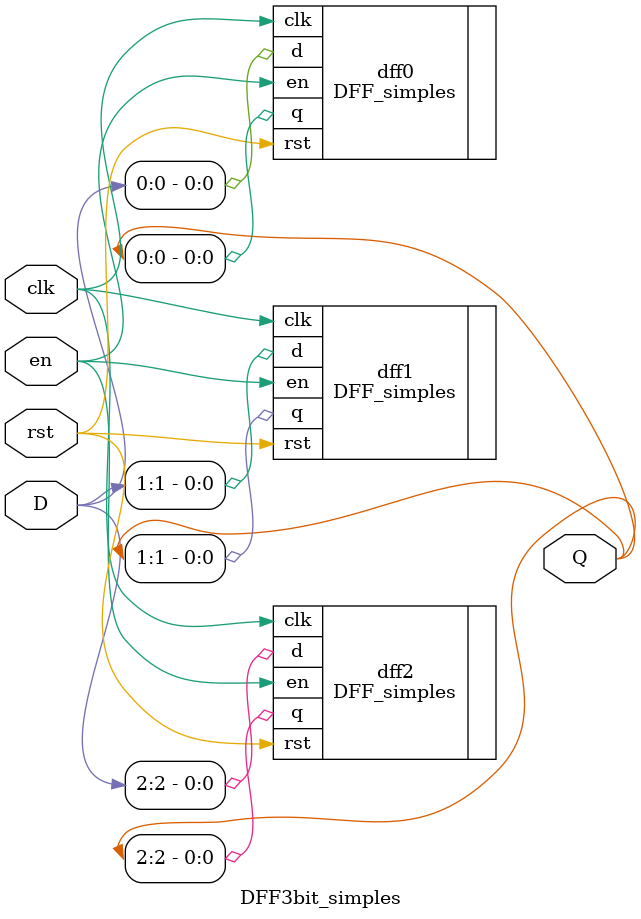
<source format=v>
module DFF3bit_simples(
    input  [2:0] D,      // Entrada de dados de 3 bits
    input        clk,    // Clock (borda de subida)
    input        rst,    // Reset (ativo baixo)
    input        en,     // Enable (carrega quando en=1)
    output [2:0] Q       // Saída de 3 bits
);
    
    // 3 flip-flops D individuais
    DFF_simples dff0(.d(D[0]), .clk(clk), .rst(rst), .en(en), .q(Q[0]));
    DFF_simples dff1(.d(D[1]), .clk(clk), .rst(rst), .en(en), .q(Q[1]));
    DFF_simples dff2(.d(D[2]), .clk(clk), .rst(rst), .en(en), .q(Q[2]));
    
endmodule


</source>
